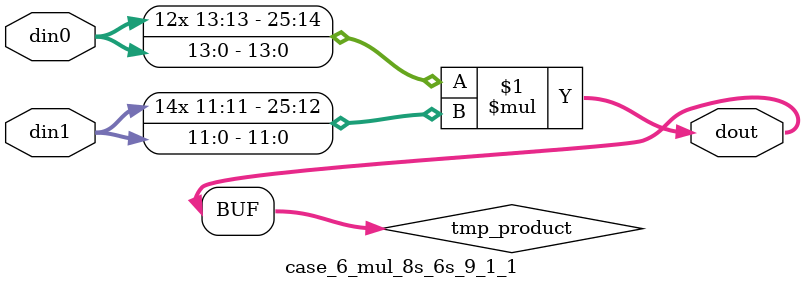
<source format=v>

`timescale 1 ns / 1 ps

 module case_6_mul_8s_6s_9_1_1(din0, din1, dout);
parameter ID = 1;
parameter NUM_STAGE = 0;
parameter din0_WIDTH = 14;
parameter din1_WIDTH = 12;
parameter dout_WIDTH = 26;

input [din0_WIDTH - 1 : 0] din0; 
input [din1_WIDTH - 1 : 0] din1; 
output [dout_WIDTH - 1 : 0] dout;

wire signed [dout_WIDTH - 1 : 0] tmp_product;



























assign tmp_product = $signed(din0) * $signed(din1);








assign dout = tmp_product;





















endmodule

</source>
